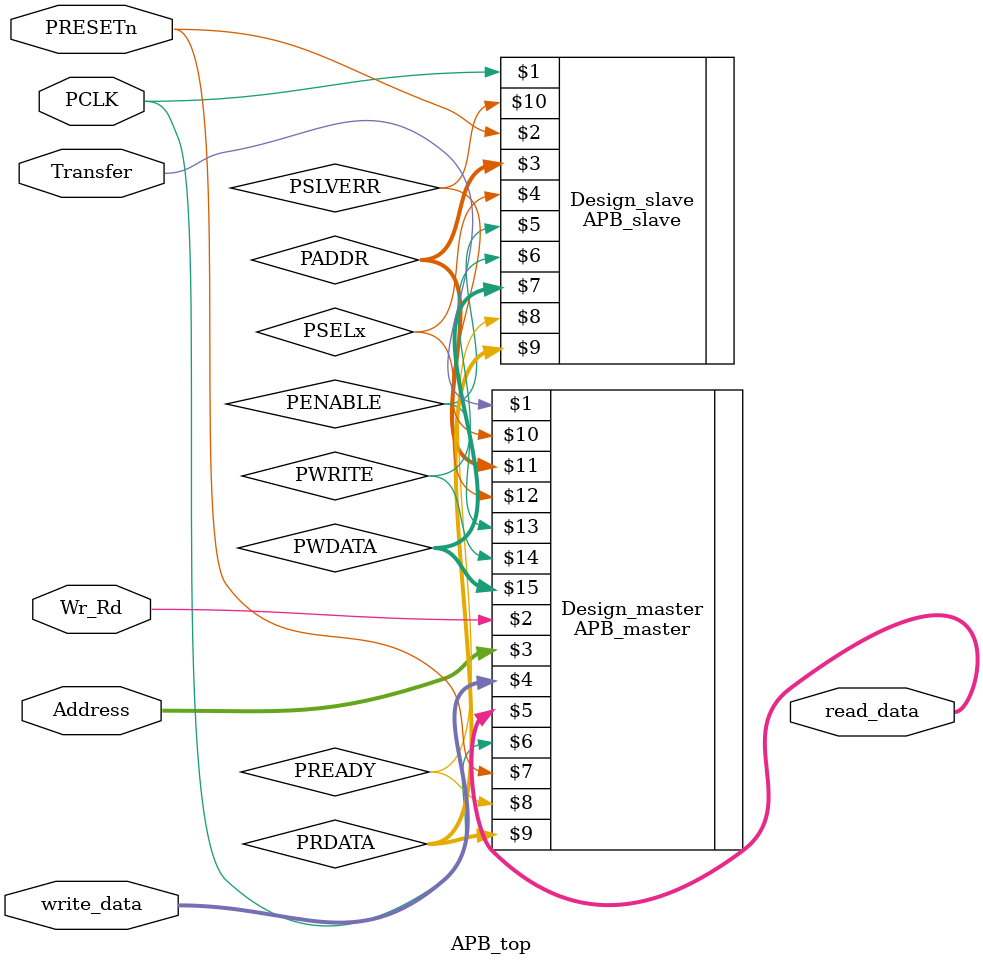
<source format=v>
`include "APB_master.v"
`include "APB_slave.v"

module APB_top(input PCLK,
               input PRESETn,
               input Transfer,
               input Wr_Rd,
               input [4:0] Address,
               input [31:0] write_data,
               output [31:0] read_data);
    
    wire [4:0] PADDR;
    wire [31:0] PWDATA,PRDATA;
    wire PSELx,PENABLE,PWRITE,PREADY,PSLVERR;
    
    APB_master Design_master(Transfer,Wr_Rd,Address,write_data,read_data,PCLK,PRESETn,PREADY,PRDATA,PSLVERR,PADDR,PSELx,PENABLE,PWRITE,PWDATA);
    APB_slave Design_slave(PCLK,PRESETn,PADDR,PSELx,PENABLE,PWRITE,PWDATA,PREADY,PRDATA,PSLVERR);
    
endmodule

</source>
